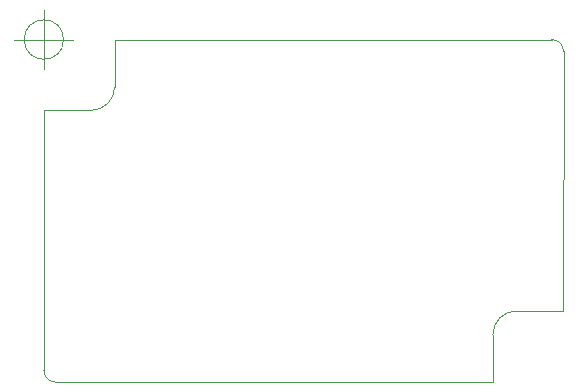
<source format=gbr>
G04 #@! TF.GenerationSoftware,KiCad,Pcbnew,6.0.11-2627ca5db0~126~ubuntu22.04.1*
G04 #@! TF.CreationDate,2023-11-29T16:22:24+00:00*
G04 #@! TF.ProjectId,GeoLoc,47656f4c-6f63-42e6-9b69-6361645f7063,rev?*
G04 #@! TF.SameCoordinates,PX44794c0PY22243c0*
G04 #@! TF.FileFunction,Profile,NP*
%FSLAX45Y45*%
G04 Gerber Fmt 4.5, Leading zero omitted, Abs format (unit mm)*
G04 Created by KiCad (PCBNEW 6.0.11-2627ca5db0~126~ubuntu22.04.1) date 2023-11-29 16:22:24*
%MOMM*%
%LPD*%
G01*
G04 APERTURE LIST*
G04 #@! TA.AperFunction,Profile*
%ADD10C,0.100000*%
G04 #@! TD*
G04 APERTURE END LIST*
D10*
X4400000Y-100000D02*
G75*
G03*
X4300000Y0I-99425J575D01*
G01*
X3800000Y-2900000D02*
X100000Y-2900000D01*
X0Y-2800000D02*
G75*
G03*
X100000Y-2900000I99423J-577D01*
G01*
X0Y-2800000D02*
X0Y-600000D01*
X400000Y-600000D02*
X0Y-600000D01*
X600000Y-400000D02*
X600000Y0D01*
X4400000Y-100000D02*
X4398000Y-2298000D01*
X400000Y-600000D02*
G75*
G03*
X600000Y-400000I0J200000D01*
G01*
X3800000Y-2900000D02*
X3801000Y-2501000D01*
X4398000Y-2298000D02*
X4003000Y-2298000D01*
X4300000Y0D02*
X600000Y0D01*
X4003000Y-2298000D02*
G75*
G03*
X3801012Y-2501000I-2000J-200000D01*
G01*
X166667Y0D02*
G75*
G03*
X166667Y0I-166667J0D01*
G01*
X-250000Y0D02*
X250000Y0D01*
X0Y250000D02*
X0Y-250000D01*
M02*

</source>
